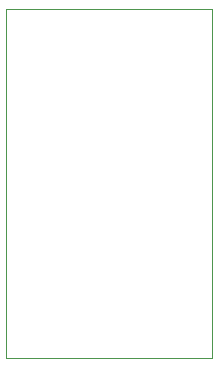
<source format=gbr>
%TF.GenerationSoftware,KiCad,Pcbnew,(5.1.6-0-10_14)*%
%TF.CreationDate,2020-07-14T22:31:58-07:00*%
%TF.ProjectId,switch_board,73776974-6368-45f6-926f-6172642e6b69,rev?*%
%TF.SameCoordinates,Original*%
%TF.FileFunction,Profile,NP*%
%FSLAX46Y46*%
G04 Gerber Fmt 4.6, Leading zero omitted, Abs format (unit mm)*
G04 Created by KiCad (PCBNEW (5.1.6-0-10_14)) date 2020-07-14 22:31:58*
%MOMM*%
%LPD*%
G01*
G04 APERTURE LIST*
%TA.AperFunction,Profile*%
%ADD10C,0.100000*%
%TD*%
G04 APERTURE END LIST*
D10*
X163500000Y-50000000D02*
X163500000Y-79500000D01*
X146000000Y-50000000D02*
X163500000Y-50000000D01*
X146000000Y-79500000D02*
X146000000Y-50000000D01*
X163500000Y-79500000D02*
X146000000Y-79500000D01*
M02*

</source>
